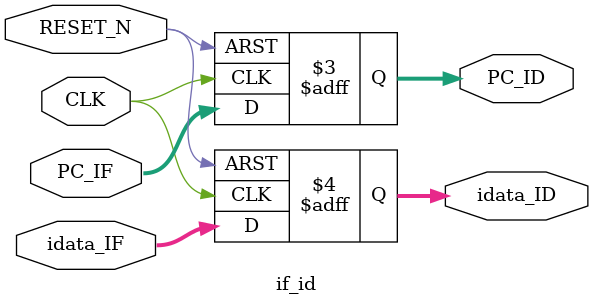
<source format=sv>
module if_id(CLK,RESET_N, PC_IF,PC_ID,idata_IF, idata_ID);

parameter size = 32;

input logic CLK, RESET_N;
input logic  [size-1:0] PC_IF, idata_IF;
								//idata
output logic [size-1:0] PC_ID, idata_ID;

always @(posedge CLK, negedge RESET_N)
	if (!RESET_N)	
			begin
			PC_ID <= 0;
			idata_ID <= 0;
			end
			
	else
			begin
			PC_ID <= PC_IF;
			idata_ID <= idata_IF;
			end

endmodule  // Módulo para segmentado (CON RIESGOS)

</source>
